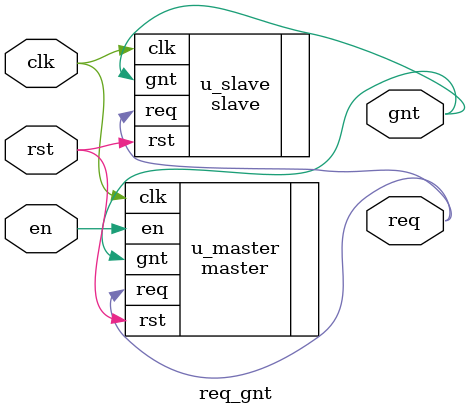
<source format=v>
module req_gnt(input      clk,
               input      rst,
               input      en ,
               output     gnt,
               output     req);
master u_master (.clk(clk),
                 .rst(rst),
                 .en (en ),
                 .gnt(gnt),
                 .req(req));
slave u_slave (.clk(clk),
               .rst(rst),
               .req(req),
               .gnt(gnt));
endmodule


</source>
